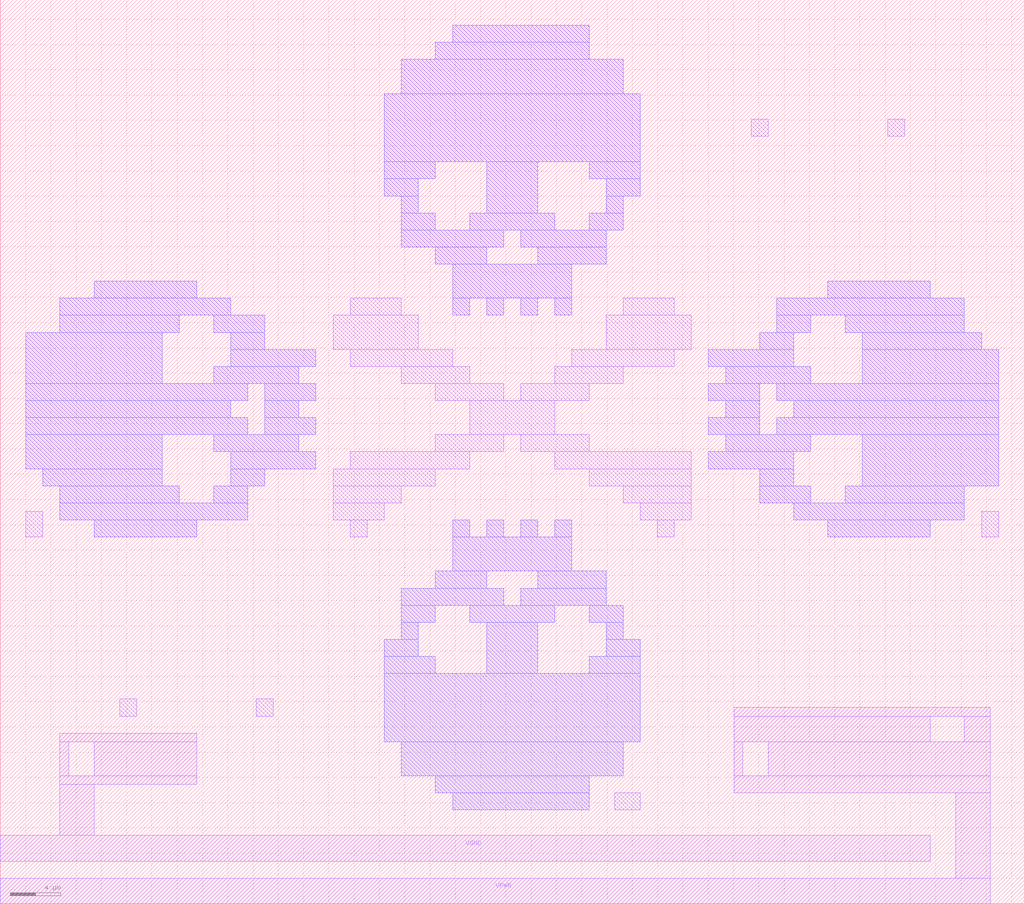
<source format=lef>
VERSION 5.7 ;
  NOWIREEXTENSIONATPIN ON ;
  DIVIDERCHAR "/" ;
  BUSBITCHARS "[]" ;
MACRO skullfet_nand
  CLASS BLOCK ;
  FOREIGN skullfet_nand ;
  ORIGIN 0.000 0.000 ;
  SIZE 81.000 BY 71.550 ;
  PIN VPWR
    DIRECTION INOUT ;
    USE POWER ;
    PORT
      LAYER Metal1 ;
        RECT 58.050 14.850 78.300 15.525 ;
        RECT 58.050 12.825 73.575 14.850 ;
        RECT 76.275 12.825 78.300 14.850 ;
        RECT 58.050 10.125 58.725 12.825 ;
        RECT 60.750 10.125 78.300 12.825 ;
        RECT 58.050 8.775 78.300 10.125 ;
        RECT 75.600 2.025 78.300 8.775 ;
        RECT 0.000 0.000 78.300 2.025 ;
    END
  END VPWR
  PIN VGND
    DIRECTION INOUT ;
    USE GROUND ;
    PORT
      LAYER Metal1 ;
        RECT 4.725 12.825 15.525 13.500 ;
        RECT 4.725 10.125 5.400 12.825 ;
        RECT 7.425 10.125 15.525 12.825 ;
        RECT 4.725 9.450 15.525 10.125 ;
        RECT 4.725 5.400 7.425 9.450 ;
        RECT 0.000 3.375 73.575 5.400 ;
    END
  END VGND
  OBS
      LAYER Metal1 ;
        RECT 35.775 68.175 46.575 69.525 ;
        RECT 34.425 66.825 46.575 68.175 ;
        RECT 31.725 64.125 49.275 66.825 ;
        RECT 30.375 58.725 50.625 64.125 ;
        RECT 59.400 60.750 60.750 62.100 ;
        RECT 70.200 60.750 71.550 62.100 ;
        RECT 30.375 57.375 34.425 58.725 ;
        RECT 30.375 56.025 33.075 57.375 ;
        RECT 31.725 54.675 33.075 56.025 ;
        RECT 38.475 54.675 42.525 58.725 ;
        RECT 46.575 57.375 50.625 58.725 ;
        RECT 47.925 56.025 50.625 57.375 ;
        RECT 47.925 54.675 49.275 56.025 ;
        RECT 31.725 53.325 34.425 54.675 ;
        RECT 37.125 53.325 43.875 54.675 ;
        RECT 46.575 53.325 49.275 54.675 ;
        RECT 31.725 51.975 39.825 53.325 ;
        RECT 41.175 51.975 47.925 53.325 ;
        RECT 34.425 50.625 38.475 51.975 ;
        RECT 42.525 50.625 47.925 51.975 ;
        RECT 7.425 47.925 15.525 49.275 ;
        RECT 35.775 47.925 45.225 50.625 ;
        RECT 65.475 47.925 73.575 49.275 ;
        RECT 4.725 46.575 18.225 47.925 ;
        RECT 27.675 46.575 31.725 47.925 ;
        RECT 35.775 46.575 37.125 47.925 ;
        RECT 38.475 46.575 39.825 47.925 ;
        RECT 41.175 46.575 42.525 47.925 ;
        RECT 43.875 46.575 45.225 47.925 ;
        RECT 49.275 46.575 53.325 47.925 ;
        RECT 61.425 46.575 76.275 47.925 ;
        RECT 4.725 45.225 14.175 46.575 ;
        RECT 16.875 45.225 20.925 46.575 ;
        RECT 2.025 41.175 12.825 45.225 ;
        RECT 18.225 43.875 20.925 45.225 ;
        RECT 26.325 43.875 33.075 46.575 ;
        RECT 47.925 43.875 54.675 46.575 ;
        RECT 61.425 45.225 64.125 46.575 ;
        RECT 66.825 45.225 76.275 46.575 ;
        RECT 60.075 43.875 62.775 45.225 ;
        RECT 18.225 42.525 24.975 43.875 ;
        RECT 27.675 42.525 35.775 43.875 ;
        RECT 45.225 42.525 53.325 43.875 ;
        RECT 56.025 42.525 62.775 43.875 ;
        RECT 68.175 43.875 77.625 45.225 ;
        RECT 16.875 41.175 23.625 42.525 ;
        RECT 31.725 41.175 37.125 42.525 ;
        RECT 43.875 41.175 49.275 42.525 ;
        RECT 57.375 41.175 64.125 42.525 ;
        RECT 68.175 41.175 78.975 43.875 ;
        RECT 2.025 39.825 19.575 41.175 ;
        RECT 20.925 39.825 24.975 41.175 ;
        RECT 34.425 39.825 39.825 41.175 ;
        RECT 41.175 39.825 46.575 41.175 ;
        RECT 56.025 39.825 60.075 41.175 ;
        RECT 61.425 39.825 78.975 41.175 ;
        RECT 2.025 38.475 18.225 39.825 ;
        RECT 20.925 38.475 23.625 39.825 ;
        RECT 2.025 37.125 19.575 38.475 ;
        RECT 20.925 37.125 24.975 38.475 ;
        RECT 37.125 37.125 43.875 39.825 ;
        RECT 57.375 38.475 60.075 39.825 ;
        RECT 62.775 38.475 78.975 39.825 ;
        RECT 56.025 37.125 60.075 38.475 ;
        RECT 61.425 37.125 78.975 38.475 ;
        RECT 2.025 34.425 12.825 37.125 ;
        RECT 16.875 35.775 23.625 37.125 ;
        RECT 34.425 35.775 39.825 37.125 ;
        RECT 41.175 35.775 46.575 37.125 ;
        RECT 57.375 35.775 64.125 37.125 ;
        RECT 3.375 33.075 12.825 34.425 ;
        RECT 18.225 34.425 24.975 35.775 ;
        RECT 27.675 34.425 37.125 35.775 ;
        RECT 43.875 34.425 54.675 35.775 ;
        RECT 56.025 34.425 62.775 35.775 ;
        RECT 18.225 33.075 20.925 34.425 ;
        RECT 26.325 33.075 34.425 34.425 ;
        RECT 46.575 33.075 54.675 34.425 ;
        RECT 4.725 31.725 14.175 33.075 ;
        RECT 16.875 31.725 19.575 33.075 ;
        RECT 2.025 29.025 3.375 31.050 ;
        RECT 4.725 30.375 19.575 31.725 ;
        RECT 26.325 31.725 31.725 33.075 ;
        RECT 49.275 31.725 54.675 33.075 ;
        RECT 60.075 33.075 62.775 34.425 ;
        RECT 68.175 33.075 78.975 37.125 ;
        RECT 60.075 31.725 64.125 33.075 ;
        RECT 66.825 31.725 76.275 33.075 ;
        RECT 26.325 30.375 30.375 31.725 ;
        RECT 50.625 30.375 54.675 31.725 ;
        RECT 62.775 30.375 76.275 31.725 ;
        RECT 7.425 29.025 15.525 30.375 ;
        RECT 27.675 29.025 29.025 30.375 ;
        RECT 35.775 29.025 37.125 30.375 ;
        RECT 38.475 29.025 39.825 30.375 ;
        RECT 41.175 29.025 42.525 30.375 ;
        RECT 43.875 29.025 45.225 30.375 ;
        RECT 51.975 29.025 53.325 30.375 ;
        RECT 65.475 29.025 73.575 30.375 ;
        RECT 77.625 29.025 78.975 31.050 ;
        RECT 35.775 26.325 45.225 29.025 ;
        RECT 34.425 24.975 38.475 26.325 ;
        RECT 42.525 24.975 47.925 26.325 ;
        RECT 31.725 23.625 39.825 24.975 ;
        RECT 41.175 23.625 47.925 24.975 ;
        RECT 31.725 22.275 34.425 23.625 ;
        RECT 37.125 22.275 43.875 23.625 ;
        RECT 46.575 22.275 49.275 23.625 ;
        RECT 31.725 20.925 33.075 22.275 ;
        RECT 30.375 19.575 33.075 20.925 ;
        RECT 30.375 18.225 34.425 19.575 ;
        RECT 38.475 18.225 42.525 22.275 ;
        RECT 47.925 20.925 49.275 22.275 ;
        RECT 47.925 19.575 50.625 20.925 ;
        RECT 46.575 18.225 50.625 19.575 ;
        RECT 9.450 14.850 10.800 16.200 ;
        RECT 20.250 14.850 21.600 16.200 ;
        RECT 30.375 12.825 50.625 18.225 ;
        RECT 31.725 10.125 49.275 12.825 ;
        RECT 34.425 8.775 46.575 10.125 ;
        RECT 35.775 7.425 46.575 8.775 ;
        RECT 48.600 7.425 50.625 8.775 ;
      LAYER Metal2 ;
        RECT 35.775 68.175 46.575 69.525 ;
        RECT 34.425 66.825 46.575 68.175 ;
        RECT 31.725 64.125 49.275 66.825 ;
        RECT 30.375 58.725 50.625 64.125 ;
        RECT 30.375 57.375 34.425 58.725 ;
        RECT 30.375 56.025 33.075 57.375 ;
        RECT 31.725 54.675 33.075 56.025 ;
        RECT 38.475 54.675 42.525 58.725 ;
        RECT 46.575 57.375 50.625 58.725 ;
        RECT 47.925 56.025 50.625 57.375 ;
        RECT 47.925 54.675 49.275 56.025 ;
        RECT 31.725 53.325 34.425 54.675 ;
        RECT 37.125 53.325 43.875 54.675 ;
        RECT 46.575 53.325 49.275 54.675 ;
        RECT 31.725 51.975 39.825 53.325 ;
        RECT 41.175 51.975 47.925 53.325 ;
        RECT 34.425 50.625 38.475 51.975 ;
        RECT 42.525 50.625 47.925 51.975 ;
        RECT 7.425 47.925 15.525 49.275 ;
        RECT 35.775 47.925 45.225 50.625 ;
        RECT 65.475 47.925 73.575 49.275 ;
        RECT 4.725 46.575 18.225 47.925 ;
        RECT 35.775 46.575 37.125 47.925 ;
        RECT 38.475 46.575 39.825 47.925 ;
        RECT 41.175 46.575 42.525 47.925 ;
        RECT 43.875 46.575 45.225 47.925 ;
        RECT 61.425 46.575 76.275 47.925 ;
        RECT 4.725 45.225 14.175 46.575 ;
        RECT 16.875 45.225 20.925 46.575 ;
        RECT 61.425 45.225 64.125 46.575 ;
        RECT 66.825 45.225 76.275 46.575 ;
        RECT 2.025 41.175 12.825 45.225 ;
        RECT 18.225 43.875 20.925 45.225 ;
        RECT 60.075 43.875 62.775 45.225 ;
        RECT 18.225 42.525 24.975 43.875 ;
        RECT 56.025 42.525 62.775 43.875 ;
        RECT 68.175 43.875 77.625 45.225 ;
        RECT 16.875 41.175 23.625 42.525 ;
        RECT 57.375 41.175 64.125 42.525 ;
        RECT 68.175 41.175 78.975 43.875 ;
        RECT 2.025 39.825 19.575 41.175 ;
        RECT 20.925 39.825 24.975 41.175 ;
        RECT 56.025 39.825 60.075 41.175 ;
        RECT 61.425 39.825 78.975 41.175 ;
        RECT 2.025 38.475 18.225 39.825 ;
        RECT 20.925 38.475 23.625 39.825 ;
        RECT 57.375 38.475 60.075 39.825 ;
        RECT 62.775 38.475 78.975 39.825 ;
        RECT 2.025 37.125 19.575 38.475 ;
        RECT 20.925 37.125 24.975 38.475 ;
        RECT 56.025 37.125 60.075 38.475 ;
        RECT 61.425 37.125 78.975 38.475 ;
        RECT 2.025 34.425 12.825 37.125 ;
        RECT 16.875 35.775 23.625 37.125 ;
        RECT 57.375 35.775 64.125 37.125 ;
        RECT 3.375 33.075 12.825 34.425 ;
        RECT 18.225 34.425 24.975 35.775 ;
        RECT 56.025 34.425 62.775 35.775 ;
        RECT 18.225 33.075 20.925 34.425 ;
        RECT 60.075 33.075 62.775 34.425 ;
        RECT 68.175 33.075 78.975 37.125 ;
        RECT 4.725 31.725 14.175 33.075 ;
        RECT 16.875 31.725 19.575 33.075 ;
        RECT 60.075 31.725 64.125 33.075 ;
        RECT 66.825 31.725 76.275 33.075 ;
        RECT 4.725 30.375 19.575 31.725 ;
        RECT 62.775 30.375 76.275 31.725 ;
        RECT 7.425 29.025 15.525 30.375 ;
        RECT 35.775 29.025 37.125 30.375 ;
        RECT 38.475 29.025 39.825 30.375 ;
        RECT 41.175 29.025 42.525 30.375 ;
        RECT 43.875 29.025 45.225 30.375 ;
        RECT 65.475 29.025 73.575 30.375 ;
        RECT 35.775 26.325 45.225 29.025 ;
        RECT 34.425 24.975 38.475 26.325 ;
        RECT 42.525 24.975 47.925 26.325 ;
        RECT 31.725 23.625 39.825 24.975 ;
        RECT 41.175 23.625 47.925 24.975 ;
        RECT 31.725 22.275 34.425 23.625 ;
        RECT 37.125 22.275 43.875 23.625 ;
        RECT 46.575 22.275 49.275 23.625 ;
        RECT 31.725 20.925 33.075 22.275 ;
        RECT 30.375 19.575 33.075 20.925 ;
        RECT 30.375 18.225 34.425 19.575 ;
        RECT 38.475 18.225 42.525 22.275 ;
        RECT 47.925 20.925 49.275 22.275 ;
        RECT 47.925 19.575 50.625 20.925 ;
        RECT 46.575 18.225 50.625 19.575 ;
        RECT 30.375 12.825 50.625 18.225 ;
        RECT 31.725 10.125 49.275 12.825 ;
        RECT 34.425 8.775 46.575 10.125 ;
        RECT 35.775 7.425 46.575 8.775 ;
  END
END skullfet_nand
END LIBRARY


</source>
